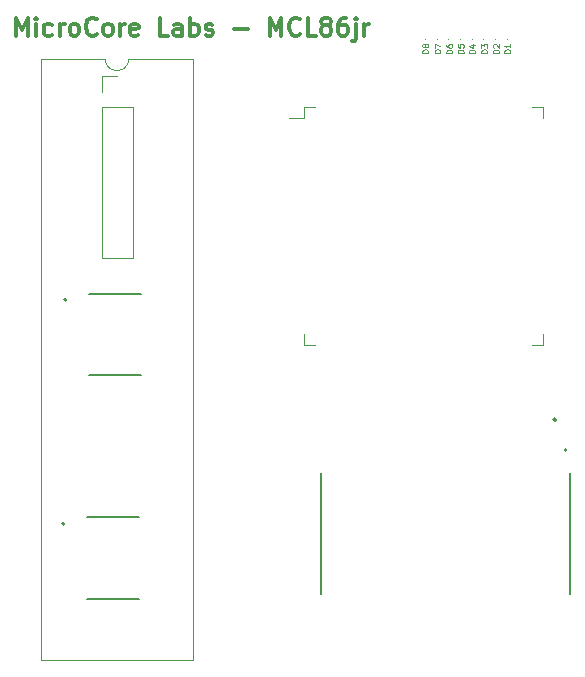
<source format=gbr>
G04 #@! TF.GenerationSoftware,KiCad,Pcbnew,(5.1.5)-3*
G04 #@! TF.CreationDate,2020-10-03T21:18:42-07:00*
G04 #@! TF.ProjectId,MCL86jr,4d434c38-366a-4722-9e6b-696361645f70,rev?*
G04 #@! TF.SameCoordinates,PX6b9fce8PY20f1980*
G04 #@! TF.FileFunction,Legend,Top*
G04 #@! TF.FilePolarity,Positive*
%FSLAX46Y46*%
G04 Gerber Fmt 4.6, Leading zero omitted, Abs format (unit mm)*
G04 Created by KiCad (PCBNEW (5.1.5)-3) date 2020-10-03 21:18:42*
%MOMM*%
%LPD*%
G04 APERTURE LIST*
%ADD10C,0.300000*%
%ADD11C,0.200000*%
%ADD12C,0.127000*%
%ADD13C,0.120000*%
%ADD14C,0.100000*%
%ADD15C,0.125000*%
G04 APERTURE END LIST*
D10*
X2592657Y-2913771D02*
X2592657Y-1413771D01*
X3092657Y-2485200D01*
X3592657Y-1413771D01*
X3592657Y-2913771D01*
X4306942Y-2913771D02*
X4306942Y-1913771D01*
X4306942Y-1413771D02*
X4235514Y-1485200D01*
X4306942Y-1556628D01*
X4378371Y-1485200D01*
X4306942Y-1413771D01*
X4306942Y-1556628D01*
X5664085Y-2842342D02*
X5521228Y-2913771D01*
X5235514Y-2913771D01*
X5092657Y-2842342D01*
X5021228Y-2770914D01*
X4949800Y-2628057D01*
X4949800Y-2199485D01*
X5021228Y-2056628D01*
X5092657Y-1985200D01*
X5235514Y-1913771D01*
X5521228Y-1913771D01*
X5664085Y-1985200D01*
X6306942Y-2913771D02*
X6306942Y-1913771D01*
X6306942Y-2199485D02*
X6378371Y-2056628D01*
X6449800Y-1985200D01*
X6592657Y-1913771D01*
X6735514Y-1913771D01*
X7449800Y-2913771D02*
X7306942Y-2842342D01*
X7235514Y-2770914D01*
X7164085Y-2628057D01*
X7164085Y-2199485D01*
X7235514Y-2056628D01*
X7306942Y-1985200D01*
X7449800Y-1913771D01*
X7664085Y-1913771D01*
X7806942Y-1985200D01*
X7878371Y-2056628D01*
X7949800Y-2199485D01*
X7949800Y-2628057D01*
X7878371Y-2770914D01*
X7806942Y-2842342D01*
X7664085Y-2913771D01*
X7449800Y-2913771D01*
X9449800Y-2770914D02*
X9378371Y-2842342D01*
X9164085Y-2913771D01*
X9021228Y-2913771D01*
X8806942Y-2842342D01*
X8664085Y-2699485D01*
X8592657Y-2556628D01*
X8521228Y-2270914D01*
X8521228Y-2056628D01*
X8592657Y-1770914D01*
X8664085Y-1628057D01*
X8806942Y-1485200D01*
X9021228Y-1413771D01*
X9164085Y-1413771D01*
X9378371Y-1485200D01*
X9449800Y-1556628D01*
X10306942Y-2913771D02*
X10164085Y-2842342D01*
X10092657Y-2770914D01*
X10021228Y-2628057D01*
X10021228Y-2199485D01*
X10092657Y-2056628D01*
X10164085Y-1985200D01*
X10306942Y-1913771D01*
X10521228Y-1913771D01*
X10664085Y-1985200D01*
X10735514Y-2056628D01*
X10806942Y-2199485D01*
X10806942Y-2628057D01*
X10735514Y-2770914D01*
X10664085Y-2842342D01*
X10521228Y-2913771D01*
X10306942Y-2913771D01*
X11449800Y-2913771D02*
X11449800Y-1913771D01*
X11449800Y-2199485D02*
X11521228Y-2056628D01*
X11592657Y-1985200D01*
X11735514Y-1913771D01*
X11878371Y-1913771D01*
X12949800Y-2842342D02*
X12806942Y-2913771D01*
X12521228Y-2913771D01*
X12378371Y-2842342D01*
X12306942Y-2699485D01*
X12306942Y-2128057D01*
X12378371Y-1985200D01*
X12521228Y-1913771D01*
X12806942Y-1913771D01*
X12949800Y-1985200D01*
X13021228Y-2128057D01*
X13021228Y-2270914D01*
X12306942Y-2413771D01*
X15521228Y-2913771D02*
X14806942Y-2913771D01*
X14806942Y-1413771D01*
X16664085Y-2913771D02*
X16664085Y-2128057D01*
X16592657Y-1985200D01*
X16449800Y-1913771D01*
X16164085Y-1913771D01*
X16021228Y-1985200D01*
X16664085Y-2842342D02*
X16521228Y-2913771D01*
X16164085Y-2913771D01*
X16021228Y-2842342D01*
X15949800Y-2699485D01*
X15949800Y-2556628D01*
X16021228Y-2413771D01*
X16164085Y-2342342D01*
X16521228Y-2342342D01*
X16664085Y-2270914D01*
X17378371Y-2913771D02*
X17378371Y-1413771D01*
X17378371Y-1985200D02*
X17521228Y-1913771D01*
X17806942Y-1913771D01*
X17949800Y-1985200D01*
X18021228Y-2056628D01*
X18092657Y-2199485D01*
X18092657Y-2628057D01*
X18021228Y-2770914D01*
X17949800Y-2842342D01*
X17806942Y-2913771D01*
X17521228Y-2913771D01*
X17378371Y-2842342D01*
X18664085Y-2842342D02*
X18806942Y-2913771D01*
X19092657Y-2913771D01*
X19235514Y-2842342D01*
X19306942Y-2699485D01*
X19306942Y-2628057D01*
X19235514Y-2485200D01*
X19092657Y-2413771D01*
X18878371Y-2413771D01*
X18735514Y-2342342D01*
X18664085Y-2199485D01*
X18664085Y-2128057D01*
X18735514Y-1985200D01*
X18878371Y-1913771D01*
X19092657Y-1913771D01*
X19235514Y-1985200D01*
X21092657Y-2342342D02*
X22235514Y-2342342D01*
X24092657Y-2913771D02*
X24092657Y-1413771D01*
X24592657Y-2485200D01*
X25092657Y-1413771D01*
X25092657Y-2913771D01*
X26664085Y-2770914D02*
X26592657Y-2842342D01*
X26378371Y-2913771D01*
X26235514Y-2913771D01*
X26021228Y-2842342D01*
X25878371Y-2699485D01*
X25806942Y-2556628D01*
X25735514Y-2270914D01*
X25735514Y-2056628D01*
X25806942Y-1770914D01*
X25878371Y-1628057D01*
X26021228Y-1485200D01*
X26235514Y-1413771D01*
X26378371Y-1413771D01*
X26592657Y-1485200D01*
X26664085Y-1556628D01*
X28021228Y-2913771D02*
X27306942Y-2913771D01*
X27306942Y-1413771D01*
X28735514Y-2056628D02*
X28592657Y-1985200D01*
X28521228Y-1913771D01*
X28449800Y-1770914D01*
X28449800Y-1699485D01*
X28521228Y-1556628D01*
X28592657Y-1485200D01*
X28735514Y-1413771D01*
X29021228Y-1413771D01*
X29164085Y-1485200D01*
X29235514Y-1556628D01*
X29306942Y-1699485D01*
X29306942Y-1770914D01*
X29235514Y-1913771D01*
X29164085Y-1985200D01*
X29021228Y-2056628D01*
X28735514Y-2056628D01*
X28592657Y-2128057D01*
X28521228Y-2199485D01*
X28449800Y-2342342D01*
X28449800Y-2628057D01*
X28521228Y-2770914D01*
X28592657Y-2842342D01*
X28735514Y-2913771D01*
X29021228Y-2913771D01*
X29164085Y-2842342D01*
X29235514Y-2770914D01*
X29306942Y-2628057D01*
X29306942Y-2342342D01*
X29235514Y-2199485D01*
X29164085Y-2128057D01*
X29021228Y-2056628D01*
X30592657Y-1413771D02*
X30306942Y-1413771D01*
X30164085Y-1485200D01*
X30092657Y-1556628D01*
X29949800Y-1770914D01*
X29878371Y-2056628D01*
X29878371Y-2628057D01*
X29949800Y-2770914D01*
X30021228Y-2842342D01*
X30164085Y-2913771D01*
X30449800Y-2913771D01*
X30592657Y-2842342D01*
X30664085Y-2770914D01*
X30735514Y-2628057D01*
X30735514Y-2270914D01*
X30664085Y-2128057D01*
X30592657Y-2056628D01*
X30449800Y-1985200D01*
X30164085Y-1985200D01*
X30021228Y-2056628D01*
X29949800Y-2128057D01*
X29878371Y-2270914D01*
X31378371Y-1913771D02*
X31378371Y-3199485D01*
X31306942Y-3342342D01*
X31164085Y-3413771D01*
X31092657Y-3413771D01*
X31378371Y-1413771D02*
X31306942Y-1485200D01*
X31378371Y-1556628D01*
X31449800Y-1485200D01*
X31378371Y-1413771D01*
X31378371Y-1556628D01*
X32092657Y-2913771D02*
X32092657Y-1913771D01*
X32092657Y-2199485D02*
X32164085Y-2056628D01*
X32235514Y-1985200D01*
X32378371Y-1913771D01*
X32521228Y-1913771D01*
D11*
X48371800Y-35448600D02*
G75*
G03X48371800Y-35448600I-150000J0D01*
G01*
D12*
X28449000Y-39914600D02*
X28449000Y-50204600D01*
X49529000Y-39914600D02*
X49529000Y-50204600D01*
D11*
X49224000Y-37999600D02*
G75*
G03X49224000Y-37999600I-100000J0D01*
G01*
D12*
X8772800Y-31669400D02*
X13172800Y-31669400D01*
X8772800Y-24769400D02*
X13172800Y-24769400D01*
D11*
X6882800Y-25294400D02*
G75*
G03X6882800Y-25294400I-100000J0D01*
G01*
D12*
X8620400Y-50617800D02*
X13020400Y-50617800D01*
X8620400Y-43717800D02*
X13020400Y-43717800D01*
D11*
X6730400Y-44242800D02*
G75*
G03X6730400Y-44242800I-100000J0D01*
G01*
D13*
X17625600Y-4881600D02*
X12165600Y-4881600D01*
X17625600Y-55801600D02*
X17625600Y-4881600D01*
X4705600Y-55801600D02*
X17625600Y-55801600D01*
X4705600Y-4881600D02*
X4705600Y-55801600D01*
X10165600Y-4881600D02*
X4705600Y-4881600D01*
X12165600Y-4881600D02*
G75*
G02X10165600Y-4881600I-1000000J0D01*
G01*
X27024800Y-9890000D02*
X25734800Y-9890000D01*
X27024800Y-8940000D02*
X27024800Y-9890000D01*
X27974800Y-8940000D02*
X27024800Y-8940000D01*
X47244800Y-8940000D02*
X47244800Y-9890000D01*
X46294800Y-8940000D02*
X47244800Y-8940000D01*
X27024800Y-29160000D02*
X27024800Y-28210000D01*
X27974800Y-29160000D02*
X27024800Y-29160000D01*
X47244800Y-29160000D02*
X47244800Y-28210000D01*
X46294800Y-29160000D02*
X47244800Y-29160000D01*
D14*
X37311800Y-3223600D02*
G75*
G03X37311800Y-3223600I-50000J0D01*
G01*
X38302400Y-3223600D02*
G75*
G03X38302400Y-3223600I-50000J0D01*
G01*
X39293000Y-3223600D02*
G75*
G03X39293000Y-3223600I-50000J0D01*
G01*
X40283600Y-3223600D02*
G75*
G03X40283600Y-3223600I-50000J0D01*
G01*
X41274200Y-3223600D02*
G75*
G03X41274200Y-3223600I-50000J0D01*
G01*
X42264800Y-3223600D02*
G75*
G03X42264800Y-3223600I-50000J0D01*
G01*
X43280800Y-3223600D02*
G75*
G03X43280800Y-3223600I-50000J0D01*
G01*
X44271400Y-3223600D02*
G75*
G03X44271400Y-3223600I-50000J0D01*
G01*
D13*
X9871400Y-6366200D02*
X11201400Y-6366200D01*
X9871400Y-7696200D02*
X9871400Y-6366200D01*
X9871400Y-8966200D02*
X12531400Y-8966200D01*
X12531400Y-8966200D02*
X12531400Y-21726200D01*
X9871400Y-8966200D02*
X9871400Y-21726200D01*
X9871400Y-21726200D02*
X12531400Y-21726200D01*
D15*
X37513390Y-4382247D02*
X37013390Y-4382247D01*
X37013390Y-4263200D01*
X37037200Y-4191771D01*
X37084819Y-4144152D01*
X37132438Y-4120342D01*
X37227676Y-4096533D01*
X37299104Y-4096533D01*
X37394342Y-4120342D01*
X37441961Y-4144152D01*
X37489580Y-4191771D01*
X37513390Y-4263200D01*
X37513390Y-4382247D01*
X37227676Y-3810819D02*
X37203866Y-3858438D01*
X37180057Y-3882247D01*
X37132438Y-3906057D01*
X37108628Y-3906057D01*
X37061009Y-3882247D01*
X37037200Y-3858438D01*
X37013390Y-3810819D01*
X37013390Y-3715580D01*
X37037200Y-3667961D01*
X37061009Y-3644152D01*
X37108628Y-3620342D01*
X37132438Y-3620342D01*
X37180057Y-3644152D01*
X37203866Y-3667961D01*
X37227676Y-3715580D01*
X37227676Y-3810819D01*
X37251485Y-3858438D01*
X37275295Y-3882247D01*
X37322914Y-3906057D01*
X37418152Y-3906057D01*
X37465771Y-3882247D01*
X37489580Y-3858438D01*
X37513390Y-3810819D01*
X37513390Y-3715580D01*
X37489580Y-3667961D01*
X37465771Y-3644152D01*
X37418152Y-3620342D01*
X37322914Y-3620342D01*
X37275295Y-3644152D01*
X37251485Y-3667961D01*
X37227676Y-3715580D01*
X38554790Y-4382247D02*
X38054790Y-4382247D01*
X38054790Y-4263200D01*
X38078600Y-4191771D01*
X38126219Y-4144152D01*
X38173838Y-4120342D01*
X38269076Y-4096533D01*
X38340504Y-4096533D01*
X38435742Y-4120342D01*
X38483361Y-4144152D01*
X38530980Y-4191771D01*
X38554790Y-4263200D01*
X38554790Y-4382247D01*
X38054790Y-3929866D02*
X38054790Y-3596533D01*
X38554790Y-3810819D01*
X39545390Y-4407647D02*
X39045390Y-4407647D01*
X39045390Y-4288600D01*
X39069200Y-4217171D01*
X39116819Y-4169552D01*
X39164438Y-4145742D01*
X39259676Y-4121933D01*
X39331104Y-4121933D01*
X39426342Y-4145742D01*
X39473961Y-4169552D01*
X39521580Y-4217171D01*
X39545390Y-4288600D01*
X39545390Y-4407647D01*
X39045390Y-3693361D02*
X39045390Y-3788600D01*
X39069200Y-3836219D01*
X39093009Y-3860028D01*
X39164438Y-3907647D01*
X39259676Y-3931457D01*
X39450152Y-3931457D01*
X39497771Y-3907647D01*
X39521580Y-3883838D01*
X39545390Y-3836219D01*
X39545390Y-3740980D01*
X39521580Y-3693361D01*
X39497771Y-3669552D01*
X39450152Y-3645742D01*
X39331104Y-3645742D01*
X39283485Y-3669552D01*
X39259676Y-3693361D01*
X39235866Y-3740980D01*
X39235866Y-3836219D01*
X39259676Y-3883838D01*
X39283485Y-3907647D01*
X39331104Y-3931457D01*
X40510590Y-4407647D02*
X40010590Y-4407647D01*
X40010590Y-4288600D01*
X40034400Y-4217171D01*
X40082019Y-4169552D01*
X40129638Y-4145742D01*
X40224876Y-4121933D01*
X40296304Y-4121933D01*
X40391542Y-4145742D01*
X40439161Y-4169552D01*
X40486780Y-4217171D01*
X40510590Y-4288600D01*
X40510590Y-4407647D01*
X40010590Y-3669552D02*
X40010590Y-3907647D01*
X40248685Y-3931457D01*
X40224876Y-3907647D01*
X40201066Y-3860028D01*
X40201066Y-3740980D01*
X40224876Y-3693361D01*
X40248685Y-3669552D01*
X40296304Y-3645742D01*
X40415352Y-3645742D01*
X40462971Y-3669552D01*
X40486780Y-3693361D01*
X40510590Y-3740980D01*
X40510590Y-3860028D01*
X40486780Y-3907647D01*
X40462971Y-3931457D01*
X41475790Y-4407647D02*
X40975790Y-4407647D01*
X40975790Y-4288600D01*
X40999600Y-4217171D01*
X41047219Y-4169552D01*
X41094838Y-4145742D01*
X41190076Y-4121933D01*
X41261504Y-4121933D01*
X41356742Y-4145742D01*
X41404361Y-4169552D01*
X41451980Y-4217171D01*
X41475790Y-4288600D01*
X41475790Y-4407647D01*
X41142457Y-3693361D02*
X41475790Y-3693361D01*
X40951980Y-3812409D02*
X41309123Y-3931457D01*
X41309123Y-3621933D01*
X42517190Y-4382247D02*
X42017190Y-4382247D01*
X42017190Y-4263200D01*
X42041000Y-4191771D01*
X42088619Y-4144152D01*
X42136238Y-4120342D01*
X42231476Y-4096533D01*
X42302904Y-4096533D01*
X42398142Y-4120342D01*
X42445761Y-4144152D01*
X42493380Y-4191771D01*
X42517190Y-4263200D01*
X42517190Y-4382247D01*
X42017190Y-3929866D02*
X42017190Y-3620342D01*
X42207666Y-3787009D01*
X42207666Y-3715580D01*
X42231476Y-3667961D01*
X42255285Y-3644152D01*
X42302904Y-3620342D01*
X42421952Y-3620342D01*
X42469571Y-3644152D01*
X42493380Y-3667961D01*
X42517190Y-3715580D01*
X42517190Y-3858438D01*
X42493380Y-3906057D01*
X42469571Y-3929866D01*
X43507790Y-4407647D02*
X43007790Y-4407647D01*
X43007790Y-4288600D01*
X43031600Y-4217171D01*
X43079219Y-4169552D01*
X43126838Y-4145742D01*
X43222076Y-4121933D01*
X43293504Y-4121933D01*
X43388742Y-4145742D01*
X43436361Y-4169552D01*
X43483980Y-4217171D01*
X43507790Y-4288600D01*
X43507790Y-4407647D01*
X43055409Y-3931457D02*
X43031600Y-3907647D01*
X43007790Y-3860028D01*
X43007790Y-3740980D01*
X43031600Y-3693361D01*
X43055409Y-3669552D01*
X43103028Y-3645742D01*
X43150647Y-3645742D01*
X43222076Y-3669552D01*
X43507790Y-3955266D01*
X43507790Y-3645742D01*
X44472990Y-4382247D02*
X43972990Y-4382247D01*
X43972990Y-4263200D01*
X43996800Y-4191771D01*
X44044419Y-4144152D01*
X44092038Y-4120342D01*
X44187276Y-4096533D01*
X44258704Y-4096533D01*
X44353942Y-4120342D01*
X44401561Y-4144152D01*
X44449180Y-4191771D01*
X44472990Y-4263200D01*
X44472990Y-4382247D01*
X44472990Y-3620342D02*
X44472990Y-3906057D01*
X44472990Y-3763200D02*
X43972990Y-3763200D01*
X44044419Y-3810819D01*
X44092038Y-3858438D01*
X44115847Y-3906057D01*
M02*

</source>
